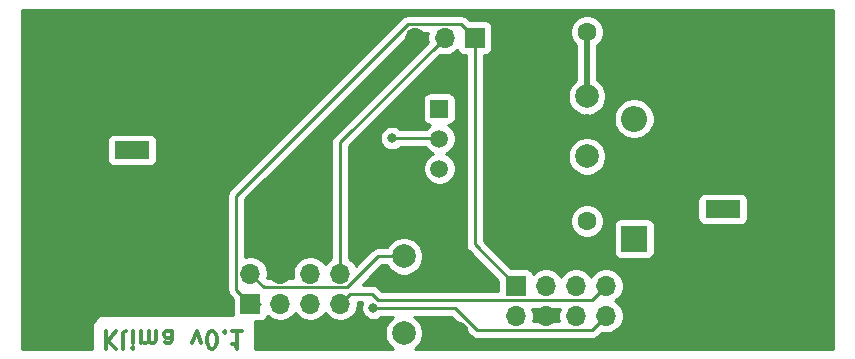
<source format=gbr>
G04 #@! TF.GenerationSoftware,KiCad,Pcbnew,5.1.9+dfsg1-1~bpo10+1*
G04 #@! TF.CreationDate,2021-07-01T19:03:26+00:00*
G04 #@! TF.ProjectId,klima,6b6c696d-612e-46b6-9963-61645f706362,rev?*
G04 #@! TF.SameCoordinates,Original*
G04 #@! TF.FileFunction,Copper,L2,Bot*
G04 #@! TF.FilePolarity,Positive*
%FSLAX46Y46*%
G04 Gerber Fmt 4.6, Leading zero omitted, Abs format (unit mm)*
G04 Created by KiCad (PCBNEW 5.1.9+dfsg1-1~bpo10+1) date 2021-07-01 19:03:26*
%MOMM*%
%LPD*%
G01*
G04 APERTURE LIST*
G04 #@! TA.AperFunction,NonConductor*
%ADD10C,0.300000*%
G04 #@! TD*
G04 #@! TA.AperFunction,ComponentPad*
%ADD11C,2.000000*%
G04 #@! TD*
G04 #@! TA.AperFunction,ComponentPad*
%ADD12R,1.700000X1.700000*%
G04 #@! TD*
G04 #@! TA.AperFunction,ComponentPad*
%ADD13O,1.700000X1.700000*%
G04 #@! TD*
G04 #@! TA.AperFunction,ComponentPad*
%ADD14C,1.600000*%
G04 #@! TD*
G04 #@! TA.AperFunction,ComponentPad*
%ADD15R,2.200000X2.200000*%
G04 #@! TD*
G04 #@! TA.AperFunction,ComponentPad*
%ADD16O,2.200000X2.200000*%
G04 #@! TD*
G04 #@! TA.AperFunction,ComponentPad*
%ADD17C,5.600000*%
G04 #@! TD*
G04 #@! TA.AperFunction,ComponentPad*
%ADD18R,3.000000X1.500000*%
G04 #@! TD*
G04 #@! TA.AperFunction,ComponentPad*
%ADD19O,3.000000X1.500000*%
G04 #@! TD*
G04 #@! TA.AperFunction,ComponentPad*
%ADD20R,1.500000X1.500000*%
G04 #@! TD*
G04 #@! TA.AperFunction,ComponentPad*
%ADD21C,1.500000*%
G04 #@! TD*
G04 #@! TA.AperFunction,ViaPad*
%ADD22C,0.800000*%
G04 #@! TD*
G04 #@! TA.AperFunction,Conductor*
%ADD23C,0.500000*%
G04 #@! TD*
G04 #@! TA.AperFunction,Conductor*
%ADD24C,0.250000*%
G04 #@! TD*
G04 #@! TA.AperFunction,Conductor*
%ADD25C,0.254000*%
G04 #@! TD*
G04 #@! TA.AperFunction,Conductor*
%ADD26C,0.100000*%
G04 #@! TD*
G04 APERTURE END LIST*
D10*
X107750000Y-97821428D02*
X107750000Y-99321428D01*
X108607142Y-97821428D02*
X107964285Y-98678571D01*
X108607142Y-99321428D02*
X107750000Y-98464285D01*
X109464285Y-97821428D02*
X109321428Y-97892857D01*
X109250000Y-98035714D01*
X109250000Y-99321428D01*
X110035714Y-97821428D02*
X110035714Y-98821428D01*
X110035714Y-99321428D02*
X109964285Y-99250000D01*
X110035714Y-99178571D01*
X110107142Y-99250000D01*
X110035714Y-99321428D01*
X110035714Y-99178571D01*
X110750000Y-97821428D02*
X110750000Y-98821428D01*
X110750000Y-98678571D02*
X110821428Y-98750000D01*
X110964285Y-98821428D01*
X111178571Y-98821428D01*
X111321428Y-98750000D01*
X111392857Y-98607142D01*
X111392857Y-97821428D01*
X111392857Y-98607142D02*
X111464285Y-98750000D01*
X111607142Y-98821428D01*
X111821428Y-98821428D01*
X111964285Y-98750000D01*
X112035714Y-98607142D01*
X112035714Y-97821428D01*
X113392857Y-97821428D02*
X113392857Y-98607142D01*
X113321428Y-98750000D01*
X113178571Y-98821428D01*
X112892857Y-98821428D01*
X112750000Y-98750000D01*
X113392857Y-97892857D02*
X113250000Y-97821428D01*
X112892857Y-97821428D01*
X112750000Y-97892857D01*
X112678571Y-98035714D01*
X112678571Y-98178571D01*
X112750000Y-98321428D01*
X112892857Y-98392857D01*
X113250000Y-98392857D01*
X113392857Y-98464285D01*
X115107142Y-98821428D02*
X115464285Y-97821428D01*
X115821428Y-98821428D01*
X116678571Y-99321428D02*
X116821428Y-99321428D01*
X116964285Y-99250000D01*
X117035714Y-99178571D01*
X117107142Y-99035714D01*
X117178571Y-98750000D01*
X117178571Y-98392857D01*
X117107142Y-98107142D01*
X117035714Y-97964285D01*
X116964285Y-97892857D01*
X116821428Y-97821428D01*
X116678571Y-97821428D01*
X116535714Y-97892857D01*
X116464285Y-97964285D01*
X116392857Y-98107142D01*
X116321428Y-98392857D01*
X116321428Y-98750000D01*
X116392857Y-99035714D01*
X116464285Y-99178571D01*
X116535714Y-99250000D01*
X116678571Y-99321428D01*
X117821428Y-97964285D02*
X117892857Y-97892857D01*
X117821428Y-97821428D01*
X117750000Y-97892857D01*
X117821428Y-97964285D01*
X117821428Y-97821428D01*
X119321428Y-97821428D02*
X118464285Y-97821428D01*
X118892857Y-97821428D02*
X118892857Y-99321428D01*
X118750000Y-99107142D01*
X118607142Y-98964285D01*
X118464285Y-98892857D01*
D11*
X137500000Y-98000000D03*
X133000000Y-98000000D03*
X137500000Y-91500000D03*
X133000000Y-91500000D03*
D12*
X139000000Y-73000000D03*
D13*
X136460000Y-73000000D03*
X133920000Y-73000000D03*
D14*
X148500000Y-88500000D03*
X143500000Y-88500000D03*
X143500000Y-72500000D03*
X148500000Y-72500000D03*
D15*
X152500000Y-90000000D03*
D16*
X152500000Y-79840000D03*
D17*
X105000000Y-95000000D03*
X165000000Y-95000000D03*
X165000000Y-75000000D03*
X105000000Y-75000000D03*
D18*
X110000000Y-82500000D03*
D19*
X110000000Y-87500000D03*
X160000000Y-82500000D03*
D18*
X160000000Y-87500000D03*
D11*
X148500000Y-83040000D03*
X148500000Y-80500000D03*
X148500000Y-77960000D03*
D20*
X136000000Y-79000000D03*
D21*
X136000000Y-81540000D03*
X136000000Y-84080000D03*
X136000000Y-86620000D03*
D12*
X120000000Y-95500000D03*
D13*
X120000000Y-92960000D03*
X122540000Y-95500000D03*
X122540000Y-92960000D03*
X125080000Y-95500000D03*
X125080000Y-92960000D03*
X127620000Y-95500000D03*
X127620000Y-92960000D03*
D12*
X142500000Y-94000000D03*
D13*
X142500000Y-96540000D03*
X145040000Y-94000000D03*
X145040000Y-96540000D03*
X147580000Y-94000000D03*
X147580000Y-96540000D03*
X150120000Y-94000000D03*
X150120000Y-96540000D03*
D22*
X137500000Y-74500000D03*
X126000000Y-89000000D03*
X129500000Y-86500000D03*
X129500000Y-90500000D03*
X130500000Y-93500000D03*
X121000000Y-98500000D03*
X124000000Y-98500000D03*
X127500000Y-98000000D03*
X130500000Y-98000000D03*
X132000000Y-81500000D03*
X130423958Y-95873959D03*
D23*
X148500000Y-72500000D02*
X148500000Y-77960000D01*
D24*
X139000000Y-90500000D02*
X142500000Y-94000000D01*
X139000000Y-73000000D02*
X139000000Y-90500000D01*
X120000000Y-95500000D02*
X120800998Y-95500000D01*
X118824999Y-94324999D02*
X120000000Y-95500000D01*
X137824999Y-71824999D02*
X133355999Y-71824999D01*
X118824999Y-86355999D02*
X118824999Y-94324999D01*
X133355999Y-71824999D02*
X118824999Y-86355999D01*
X139000000Y-73000000D02*
X137824999Y-71824999D01*
X120000000Y-92960000D02*
X121175001Y-94135001D01*
X121175001Y-94135001D02*
X128184001Y-94135001D01*
X130819002Y-91500000D02*
X129659501Y-92659501D01*
X133000000Y-91500000D02*
X130819002Y-91500000D01*
X129659501Y-92659501D02*
X130000000Y-92319002D01*
X128184001Y-94135001D02*
X129659501Y-92659501D01*
X135960000Y-81500000D02*
X136000000Y-81540000D01*
X132000000Y-81500000D02*
X135960000Y-81500000D01*
X128469999Y-94650001D02*
X127620000Y-95500000D01*
X130273002Y-94650001D02*
X128469999Y-94650001D01*
X130798002Y-95175001D02*
X130273002Y-94650001D01*
X148944999Y-95175001D02*
X130798002Y-95175001D01*
X150120000Y-94000000D02*
X148944999Y-95175001D01*
X127620000Y-81840000D02*
X136460000Y-73000000D01*
X127620000Y-92960000D02*
X127620000Y-81840000D01*
X148944999Y-97715001D02*
X150120000Y-96540000D01*
X139176003Y-97715001D02*
X148944999Y-97715001D01*
X137334961Y-95873959D02*
X139176003Y-97715001D01*
X130423958Y-95873959D02*
X137334961Y-95873959D01*
D25*
X169340000Y-71032418D02*
X169340001Y-71032428D01*
X169340000Y-99340000D01*
X133937470Y-99340000D01*
X134042252Y-99269987D01*
X134269987Y-99042252D01*
X134448918Y-98774463D01*
X134572168Y-98476912D01*
X134635000Y-98161033D01*
X134635000Y-97838967D01*
X134572168Y-97523088D01*
X134448918Y-97225537D01*
X134269987Y-96957748D01*
X134042252Y-96730013D01*
X133898497Y-96633959D01*
X137020160Y-96633959D01*
X138612204Y-98226004D01*
X138636002Y-98255002D01*
X138665000Y-98278800D01*
X138751727Y-98349975D01*
X138883756Y-98420547D01*
X139027017Y-98464004D01*
X139176003Y-98478678D01*
X139213336Y-98475001D01*
X148907677Y-98475001D01*
X148944999Y-98478677D01*
X148982321Y-98475001D01*
X148982332Y-98475001D01*
X149093985Y-98464004D01*
X149237246Y-98420547D01*
X149369275Y-98349975D01*
X149485000Y-98255002D01*
X149508803Y-98225998D01*
X149753592Y-97981209D01*
X149973740Y-98025000D01*
X150266260Y-98025000D01*
X150553158Y-97967932D01*
X150823411Y-97855990D01*
X151066632Y-97693475D01*
X151273475Y-97486632D01*
X151435990Y-97243411D01*
X151547932Y-96973158D01*
X151605000Y-96686260D01*
X151605000Y-96393740D01*
X151547932Y-96106842D01*
X151435990Y-95836589D01*
X151273475Y-95593368D01*
X151066632Y-95386525D01*
X150892240Y-95270000D01*
X151066632Y-95153475D01*
X151273475Y-94946632D01*
X151435990Y-94703411D01*
X151547932Y-94433158D01*
X151605000Y-94146260D01*
X151605000Y-93853740D01*
X151547932Y-93566842D01*
X151435990Y-93296589D01*
X151273475Y-93053368D01*
X151066632Y-92846525D01*
X150823411Y-92684010D01*
X150553158Y-92572068D01*
X150266260Y-92515000D01*
X149973740Y-92515000D01*
X149686842Y-92572068D01*
X149416589Y-92684010D01*
X149173368Y-92846525D01*
X148966525Y-93053368D01*
X148850000Y-93227760D01*
X148733475Y-93053368D01*
X148526632Y-92846525D01*
X148283411Y-92684010D01*
X148013158Y-92572068D01*
X147726260Y-92515000D01*
X147433740Y-92515000D01*
X147146842Y-92572068D01*
X146876589Y-92684010D01*
X146633368Y-92846525D01*
X146426525Y-93053368D01*
X146310000Y-93227760D01*
X146193475Y-93053368D01*
X145986632Y-92846525D01*
X145743411Y-92684010D01*
X145473158Y-92572068D01*
X145186260Y-92515000D01*
X144893740Y-92515000D01*
X144606842Y-92572068D01*
X144336589Y-92684010D01*
X144093368Y-92846525D01*
X143961513Y-92978380D01*
X143939502Y-92905820D01*
X143880537Y-92795506D01*
X143801185Y-92698815D01*
X143704494Y-92619463D01*
X143594180Y-92560498D01*
X143474482Y-92524188D01*
X143350000Y-92511928D01*
X142086730Y-92511928D01*
X139760000Y-90185199D01*
X139760000Y-88358665D01*
X147065000Y-88358665D01*
X147065000Y-88641335D01*
X147120147Y-88918574D01*
X147228320Y-89179727D01*
X147385363Y-89414759D01*
X147585241Y-89614637D01*
X147820273Y-89771680D01*
X148081426Y-89879853D01*
X148358665Y-89935000D01*
X148641335Y-89935000D01*
X148918574Y-89879853D01*
X149179727Y-89771680D01*
X149414759Y-89614637D01*
X149614637Y-89414759D01*
X149771680Y-89179727D01*
X149879853Y-88918574D01*
X149883547Y-88900000D01*
X150761928Y-88900000D01*
X150761928Y-91100000D01*
X150774188Y-91224482D01*
X150810498Y-91344180D01*
X150869463Y-91454494D01*
X150948815Y-91551185D01*
X151045506Y-91630537D01*
X151155820Y-91689502D01*
X151275518Y-91725812D01*
X151400000Y-91738072D01*
X153600000Y-91738072D01*
X153724482Y-91725812D01*
X153844180Y-91689502D01*
X153954494Y-91630537D01*
X154051185Y-91551185D01*
X154130537Y-91454494D01*
X154189502Y-91344180D01*
X154225812Y-91224482D01*
X154238072Y-91100000D01*
X154238072Y-88900000D01*
X154225812Y-88775518D01*
X154189502Y-88655820D01*
X154130537Y-88545506D01*
X154051185Y-88448815D01*
X153954494Y-88369463D01*
X153844180Y-88310498D01*
X153724482Y-88274188D01*
X153600000Y-88261928D01*
X151400000Y-88261928D01*
X151275518Y-88274188D01*
X151155820Y-88310498D01*
X151045506Y-88369463D01*
X150948815Y-88448815D01*
X150869463Y-88545506D01*
X150810498Y-88655820D01*
X150774188Y-88775518D01*
X150761928Y-88900000D01*
X149883547Y-88900000D01*
X149935000Y-88641335D01*
X149935000Y-88358665D01*
X149879853Y-88081426D01*
X149771680Y-87820273D01*
X149614637Y-87585241D01*
X149414759Y-87385363D01*
X149179727Y-87228320D01*
X148918574Y-87120147D01*
X148641335Y-87065000D01*
X148358665Y-87065000D01*
X148081426Y-87120147D01*
X147820273Y-87228320D01*
X147585241Y-87385363D01*
X147385363Y-87585241D01*
X147228320Y-87820273D01*
X147120147Y-88081426D01*
X147065000Y-88358665D01*
X139760000Y-88358665D01*
X139760000Y-86750000D01*
X157861928Y-86750000D01*
X157861928Y-88250000D01*
X157874188Y-88374482D01*
X157910498Y-88494180D01*
X157969463Y-88604494D01*
X158048815Y-88701185D01*
X158145506Y-88780537D01*
X158255820Y-88839502D01*
X158375518Y-88875812D01*
X158500000Y-88888072D01*
X161500000Y-88888072D01*
X161624482Y-88875812D01*
X161744180Y-88839502D01*
X161854494Y-88780537D01*
X161951185Y-88701185D01*
X162030537Y-88604494D01*
X162089502Y-88494180D01*
X162125812Y-88374482D01*
X162138072Y-88250000D01*
X162138072Y-86750000D01*
X162125812Y-86625518D01*
X162089502Y-86505820D01*
X162030537Y-86395506D01*
X161951185Y-86298815D01*
X161854494Y-86219463D01*
X161744180Y-86160498D01*
X161624482Y-86124188D01*
X161500000Y-86111928D01*
X158500000Y-86111928D01*
X158375518Y-86124188D01*
X158255820Y-86160498D01*
X158145506Y-86219463D01*
X158048815Y-86298815D01*
X157969463Y-86395506D01*
X157910498Y-86505820D01*
X157874188Y-86625518D01*
X157861928Y-86750000D01*
X139760000Y-86750000D01*
X139760000Y-82878967D01*
X146865000Y-82878967D01*
X146865000Y-83201033D01*
X146927832Y-83516912D01*
X147051082Y-83814463D01*
X147230013Y-84082252D01*
X147457748Y-84309987D01*
X147725537Y-84488918D01*
X148023088Y-84612168D01*
X148338967Y-84675000D01*
X148661033Y-84675000D01*
X148976912Y-84612168D01*
X149274463Y-84488918D01*
X149542252Y-84309987D01*
X149769987Y-84082252D01*
X149948918Y-83814463D01*
X150072168Y-83516912D01*
X150135000Y-83201033D01*
X150135000Y-82878967D01*
X150072168Y-82563088D01*
X149948918Y-82265537D01*
X149769987Y-81997748D01*
X149542252Y-81770013D01*
X149274463Y-81591082D01*
X148976912Y-81467832D01*
X148661033Y-81405000D01*
X148338967Y-81405000D01*
X148023088Y-81467832D01*
X147725537Y-81591082D01*
X147457748Y-81770013D01*
X147230013Y-81997748D01*
X147051082Y-82265537D01*
X146927832Y-82563088D01*
X146865000Y-82878967D01*
X139760000Y-82878967D01*
X139760000Y-79669117D01*
X150765000Y-79669117D01*
X150765000Y-80010883D01*
X150831675Y-80346081D01*
X150962463Y-80661831D01*
X151152337Y-80945998D01*
X151394002Y-81187663D01*
X151678169Y-81377537D01*
X151993919Y-81508325D01*
X152329117Y-81575000D01*
X152670883Y-81575000D01*
X153006081Y-81508325D01*
X153321831Y-81377537D01*
X153605998Y-81187663D01*
X153847663Y-80945998D01*
X154037537Y-80661831D01*
X154168325Y-80346081D01*
X154235000Y-80010883D01*
X154235000Y-79669117D01*
X154168325Y-79333919D01*
X154037537Y-79018169D01*
X153847663Y-78734002D01*
X153605998Y-78492337D01*
X153321831Y-78302463D01*
X153006081Y-78171675D01*
X152670883Y-78105000D01*
X152329117Y-78105000D01*
X151993919Y-78171675D01*
X151678169Y-78302463D01*
X151394002Y-78492337D01*
X151152337Y-78734002D01*
X150962463Y-79018169D01*
X150831675Y-79333919D01*
X150765000Y-79669117D01*
X139760000Y-79669117D01*
X139760000Y-77798967D01*
X146865000Y-77798967D01*
X146865000Y-78121033D01*
X146927832Y-78436912D01*
X147051082Y-78734463D01*
X147230013Y-79002252D01*
X147457748Y-79229987D01*
X147725537Y-79408918D01*
X148023088Y-79532168D01*
X148338967Y-79595000D01*
X148661033Y-79595000D01*
X148976912Y-79532168D01*
X149274463Y-79408918D01*
X149542252Y-79229987D01*
X149769987Y-79002252D01*
X149948918Y-78734463D01*
X150072168Y-78436912D01*
X150135000Y-78121033D01*
X150135000Y-77798967D01*
X150072168Y-77483088D01*
X149948918Y-77185537D01*
X149769987Y-76917748D01*
X149542252Y-76690013D01*
X149385000Y-76584941D01*
X149385000Y-73634521D01*
X149414759Y-73614637D01*
X149614637Y-73414759D01*
X149771680Y-73179727D01*
X149879853Y-72918574D01*
X149935000Y-72641335D01*
X149935000Y-72358665D01*
X149879853Y-72081426D01*
X149771680Y-71820273D01*
X149614637Y-71585241D01*
X149414759Y-71385363D01*
X149179727Y-71228320D01*
X148918574Y-71120147D01*
X148641335Y-71065000D01*
X148358665Y-71065000D01*
X148081426Y-71120147D01*
X147820273Y-71228320D01*
X147585241Y-71385363D01*
X147385363Y-71585241D01*
X147228320Y-71820273D01*
X147120147Y-72081426D01*
X147065000Y-72358665D01*
X147065000Y-72641335D01*
X147120147Y-72918574D01*
X147228320Y-73179727D01*
X147385363Y-73414759D01*
X147585241Y-73614637D01*
X147615000Y-73634521D01*
X147615001Y-76584940D01*
X147457748Y-76690013D01*
X147230013Y-76917748D01*
X147051082Y-77185537D01*
X146927832Y-77483088D01*
X146865000Y-77798967D01*
X139760000Y-77798967D01*
X139760000Y-74488072D01*
X139850000Y-74488072D01*
X139974482Y-74475812D01*
X140094180Y-74439502D01*
X140204494Y-74380537D01*
X140301185Y-74301185D01*
X140380537Y-74204494D01*
X140439502Y-74094180D01*
X140475812Y-73974482D01*
X140488072Y-73850000D01*
X140488072Y-72150000D01*
X140475812Y-72025518D01*
X140439502Y-71905820D01*
X140380537Y-71795506D01*
X140301185Y-71698815D01*
X140204494Y-71619463D01*
X140094180Y-71560498D01*
X139974482Y-71524188D01*
X139850000Y-71511928D01*
X138586729Y-71511928D01*
X138388803Y-71314002D01*
X138365000Y-71284998D01*
X138249275Y-71190025D01*
X138117246Y-71119453D01*
X137973985Y-71075996D01*
X137862332Y-71064999D01*
X137862321Y-71064999D01*
X137824999Y-71061323D01*
X137787677Y-71064999D01*
X133393321Y-71064999D01*
X133355998Y-71061323D01*
X133318675Y-71064999D01*
X133318666Y-71064999D01*
X133207013Y-71075996D01*
X133063752Y-71119453D01*
X132931723Y-71190025D01*
X132815998Y-71284998D01*
X132792200Y-71313996D01*
X118314002Y-85792195D01*
X118284998Y-85815998D01*
X118229870Y-85883173D01*
X118190025Y-85931723D01*
X118119454Y-86063752D01*
X118119453Y-86063753D01*
X118075996Y-86207014D01*
X118064999Y-86318667D01*
X118064999Y-86318677D01*
X118061323Y-86355999D01*
X118064999Y-86393321D01*
X118065000Y-94287667D01*
X118061323Y-94324999D01*
X118075997Y-94473984D01*
X118119453Y-94617245D01*
X118190025Y-94749275D01*
X118230824Y-94798988D01*
X118284999Y-94865000D01*
X118313997Y-94888798D01*
X118511928Y-95086729D01*
X118511928Y-96350000D01*
X118523747Y-96470000D01*
X106607857Y-96470000D01*
X106607857Y-99340000D01*
X100660000Y-99340000D01*
X100660000Y-81750000D01*
X107861928Y-81750000D01*
X107861928Y-83250000D01*
X107874188Y-83374482D01*
X107910498Y-83494180D01*
X107969463Y-83604494D01*
X108048815Y-83701185D01*
X108145506Y-83780537D01*
X108255820Y-83839502D01*
X108375518Y-83875812D01*
X108500000Y-83888072D01*
X111500000Y-83888072D01*
X111624482Y-83875812D01*
X111744180Y-83839502D01*
X111854494Y-83780537D01*
X111951185Y-83701185D01*
X112030537Y-83604494D01*
X112089502Y-83494180D01*
X112125812Y-83374482D01*
X112138072Y-83250000D01*
X112138072Y-81750000D01*
X112125812Y-81625518D01*
X112089502Y-81505820D01*
X112030537Y-81395506D01*
X111951185Y-81298815D01*
X111854494Y-81219463D01*
X111744180Y-81160498D01*
X111624482Y-81124188D01*
X111500000Y-81111928D01*
X108500000Y-81111928D01*
X108375518Y-81124188D01*
X108255820Y-81160498D01*
X108145506Y-81219463D01*
X108048815Y-81298815D01*
X107969463Y-81395506D01*
X107910498Y-81505820D01*
X107874188Y-81625518D01*
X107861928Y-81750000D01*
X100660000Y-81750000D01*
X100660000Y-70660000D01*
X169340000Y-70660000D01*
X169340000Y-71032418D01*
G04 #@! TA.AperFunction,Conductor*
D26*
G36*
X169340000Y-71032418D02*
G01*
X169340001Y-71032428D01*
X169340000Y-99340000D01*
X133937470Y-99340000D01*
X134042252Y-99269987D01*
X134269987Y-99042252D01*
X134448918Y-98774463D01*
X134572168Y-98476912D01*
X134635000Y-98161033D01*
X134635000Y-97838967D01*
X134572168Y-97523088D01*
X134448918Y-97225537D01*
X134269987Y-96957748D01*
X134042252Y-96730013D01*
X133898497Y-96633959D01*
X137020160Y-96633959D01*
X138612204Y-98226004D01*
X138636002Y-98255002D01*
X138665000Y-98278800D01*
X138751727Y-98349975D01*
X138883756Y-98420547D01*
X139027017Y-98464004D01*
X139176003Y-98478678D01*
X139213336Y-98475001D01*
X148907677Y-98475001D01*
X148944999Y-98478677D01*
X148982321Y-98475001D01*
X148982332Y-98475001D01*
X149093985Y-98464004D01*
X149237246Y-98420547D01*
X149369275Y-98349975D01*
X149485000Y-98255002D01*
X149508803Y-98225998D01*
X149753592Y-97981209D01*
X149973740Y-98025000D01*
X150266260Y-98025000D01*
X150553158Y-97967932D01*
X150823411Y-97855990D01*
X151066632Y-97693475D01*
X151273475Y-97486632D01*
X151435990Y-97243411D01*
X151547932Y-96973158D01*
X151605000Y-96686260D01*
X151605000Y-96393740D01*
X151547932Y-96106842D01*
X151435990Y-95836589D01*
X151273475Y-95593368D01*
X151066632Y-95386525D01*
X150892240Y-95270000D01*
X151066632Y-95153475D01*
X151273475Y-94946632D01*
X151435990Y-94703411D01*
X151547932Y-94433158D01*
X151605000Y-94146260D01*
X151605000Y-93853740D01*
X151547932Y-93566842D01*
X151435990Y-93296589D01*
X151273475Y-93053368D01*
X151066632Y-92846525D01*
X150823411Y-92684010D01*
X150553158Y-92572068D01*
X150266260Y-92515000D01*
X149973740Y-92515000D01*
X149686842Y-92572068D01*
X149416589Y-92684010D01*
X149173368Y-92846525D01*
X148966525Y-93053368D01*
X148850000Y-93227760D01*
X148733475Y-93053368D01*
X148526632Y-92846525D01*
X148283411Y-92684010D01*
X148013158Y-92572068D01*
X147726260Y-92515000D01*
X147433740Y-92515000D01*
X147146842Y-92572068D01*
X146876589Y-92684010D01*
X146633368Y-92846525D01*
X146426525Y-93053368D01*
X146310000Y-93227760D01*
X146193475Y-93053368D01*
X145986632Y-92846525D01*
X145743411Y-92684010D01*
X145473158Y-92572068D01*
X145186260Y-92515000D01*
X144893740Y-92515000D01*
X144606842Y-92572068D01*
X144336589Y-92684010D01*
X144093368Y-92846525D01*
X143961513Y-92978380D01*
X143939502Y-92905820D01*
X143880537Y-92795506D01*
X143801185Y-92698815D01*
X143704494Y-92619463D01*
X143594180Y-92560498D01*
X143474482Y-92524188D01*
X143350000Y-92511928D01*
X142086730Y-92511928D01*
X139760000Y-90185199D01*
X139760000Y-88358665D01*
X147065000Y-88358665D01*
X147065000Y-88641335D01*
X147120147Y-88918574D01*
X147228320Y-89179727D01*
X147385363Y-89414759D01*
X147585241Y-89614637D01*
X147820273Y-89771680D01*
X148081426Y-89879853D01*
X148358665Y-89935000D01*
X148641335Y-89935000D01*
X148918574Y-89879853D01*
X149179727Y-89771680D01*
X149414759Y-89614637D01*
X149614637Y-89414759D01*
X149771680Y-89179727D01*
X149879853Y-88918574D01*
X149883547Y-88900000D01*
X150761928Y-88900000D01*
X150761928Y-91100000D01*
X150774188Y-91224482D01*
X150810498Y-91344180D01*
X150869463Y-91454494D01*
X150948815Y-91551185D01*
X151045506Y-91630537D01*
X151155820Y-91689502D01*
X151275518Y-91725812D01*
X151400000Y-91738072D01*
X153600000Y-91738072D01*
X153724482Y-91725812D01*
X153844180Y-91689502D01*
X153954494Y-91630537D01*
X154051185Y-91551185D01*
X154130537Y-91454494D01*
X154189502Y-91344180D01*
X154225812Y-91224482D01*
X154238072Y-91100000D01*
X154238072Y-88900000D01*
X154225812Y-88775518D01*
X154189502Y-88655820D01*
X154130537Y-88545506D01*
X154051185Y-88448815D01*
X153954494Y-88369463D01*
X153844180Y-88310498D01*
X153724482Y-88274188D01*
X153600000Y-88261928D01*
X151400000Y-88261928D01*
X151275518Y-88274188D01*
X151155820Y-88310498D01*
X151045506Y-88369463D01*
X150948815Y-88448815D01*
X150869463Y-88545506D01*
X150810498Y-88655820D01*
X150774188Y-88775518D01*
X150761928Y-88900000D01*
X149883547Y-88900000D01*
X149935000Y-88641335D01*
X149935000Y-88358665D01*
X149879853Y-88081426D01*
X149771680Y-87820273D01*
X149614637Y-87585241D01*
X149414759Y-87385363D01*
X149179727Y-87228320D01*
X148918574Y-87120147D01*
X148641335Y-87065000D01*
X148358665Y-87065000D01*
X148081426Y-87120147D01*
X147820273Y-87228320D01*
X147585241Y-87385363D01*
X147385363Y-87585241D01*
X147228320Y-87820273D01*
X147120147Y-88081426D01*
X147065000Y-88358665D01*
X139760000Y-88358665D01*
X139760000Y-86750000D01*
X157861928Y-86750000D01*
X157861928Y-88250000D01*
X157874188Y-88374482D01*
X157910498Y-88494180D01*
X157969463Y-88604494D01*
X158048815Y-88701185D01*
X158145506Y-88780537D01*
X158255820Y-88839502D01*
X158375518Y-88875812D01*
X158500000Y-88888072D01*
X161500000Y-88888072D01*
X161624482Y-88875812D01*
X161744180Y-88839502D01*
X161854494Y-88780537D01*
X161951185Y-88701185D01*
X162030537Y-88604494D01*
X162089502Y-88494180D01*
X162125812Y-88374482D01*
X162138072Y-88250000D01*
X162138072Y-86750000D01*
X162125812Y-86625518D01*
X162089502Y-86505820D01*
X162030537Y-86395506D01*
X161951185Y-86298815D01*
X161854494Y-86219463D01*
X161744180Y-86160498D01*
X161624482Y-86124188D01*
X161500000Y-86111928D01*
X158500000Y-86111928D01*
X158375518Y-86124188D01*
X158255820Y-86160498D01*
X158145506Y-86219463D01*
X158048815Y-86298815D01*
X157969463Y-86395506D01*
X157910498Y-86505820D01*
X157874188Y-86625518D01*
X157861928Y-86750000D01*
X139760000Y-86750000D01*
X139760000Y-82878967D01*
X146865000Y-82878967D01*
X146865000Y-83201033D01*
X146927832Y-83516912D01*
X147051082Y-83814463D01*
X147230013Y-84082252D01*
X147457748Y-84309987D01*
X147725537Y-84488918D01*
X148023088Y-84612168D01*
X148338967Y-84675000D01*
X148661033Y-84675000D01*
X148976912Y-84612168D01*
X149274463Y-84488918D01*
X149542252Y-84309987D01*
X149769987Y-84082252D01*
X149948918Y-83814463D01*
X150072168Y-83516912D01*
X150135000Y-83201033D01*
X150135000Y-82878967D01*
X150072168Y-82563088D01*
X149948918Y-82265537D01*
X149769987Y-81997748D01*
X149542252Y-81770013D01*
X149274463Y-81591082D01*
X148976912Y-81467832D01*
X148661033Y-81405000D01*
X148338967Y-81405000D01*
X148023088Y-81467832D01*
X147725537Y-81591082D01*
X147457748Y-81770013D01*
X147230013Y-81997748D01*
X147051082Y-82265537D01*
X146927832Y-82563088D01*
X146865000Y-82878967D01*
X139760000Y-82878967D01*
X139760000Y-79669117D01*
X150765000Y-79669117D01*
X150765000Y-80010883D01*
X150831675Y-80346081D01*
X150962463Y-80661831D01*
X151152337Y-80945998D01*
X151394002Y-81187663D01*
X151678169Y-81377537D01*
X151993919Y-81508325D01*
X152329117Y-81575000D01*
X152670883Y-81575000D01*
X153006081Y-81508325D01*
X153321831Y-81377537D01*
X153605998Y-81187663D01*
X153847663Y-80945998D01*
X154037537Y-80661831D01*
X154168325Y-80346081D01*
X154235000Y-80010883D01*
X154235000Y-79669117D01*
X154168325Y-79333919D01*
X154037537Y-79018169D01*
X153847663Y-78734002D01*
X153605998Y-78492337D01*
X153321831Y-78302463D01*
X153006081Y-78171675D01*
X152670883Y-78105000D01*
X152329117Y-78105000D01*
X151993919Y-78171675D01*
X151678169Y-78302463D01*
X151394002Y-78492337D01*
X151152337Y-78734002D01*
X150962463Y-79018169D01*
X150831675Y-79333919D01*
X150765000Y-79669117D01*
X139760000Y-79669117D01*
X139760000Y-77798967D01*
X146865000Y-77798967D01*
X146865000Y-78121033D01*
X146927832Y-78436912D01*
X147051082Y-78734463D01*
X147230013Y-79002252D01*
X147457748Y-79229987D01*
X147725537Y-79408918D01*
X148023088Y-79532168D01*
X148338967Y-79595000D01*
X148661033Y-79595000D01*
X148976912Y-79532168D01*
X149274463Y-79408918D01*
X149542252Y-79229987D01*
X149769987Y-79002252D01*
X149948918Y-78734463D01*
X150072168Y-78436912D01*
X150135000Y-78121033D01*
X150135000Y-77798967D01*
X150072168Y-77483088D01*
X149948918Y-77185537D01*
X149769987Y-76917748D01*
X149542252Y-76690013D01*
X149385000Y-76584941D01*
X149385000Y-73634521D01*
X149414759Y-73614637D01*
X149614637Y-73414759D01*
X149771680Y-73179727D01*
X149879853Y-72918574D01*
X149935000Y-72641335D01*
X149935000Y-72358665D01*
X149879853Y-72081426D01*
X149771680Y-71820273D01*
X149614637Y-71585241D01*
X149414759Y-71385363D01*
X149179727Y-71228320D01*
X148918574Y-71120147D01*
X148641335Y-71065000D01*
X148358665Y-71065000D01*
X148081426Y-71120147D01*
X147820273Y-71228320D01*
X147585241Y-71385363D01*
X147385363Y-71585241D01*
X147228320Y-71820273D01*
X147120147Y-72081426D01*
X147065000Y-72358665D01*
X147065000Y-72641335D01*
X147120147Y-72918574D01*
X147228320Y-73179727D01*
X147385363Y-73414759D01*
X147585241Y-73614637D01*
X147615000Y-73634521D01*
X147615001Y-76584940D01*
X147457748Y-76690013D01*
X147230013Y-76917748D01*
X147051082Y-77185537D01*
X146927832Y-77483088D01*
X146865000Y-77798967D01*
X139760000Y-77798967D01*
X139760000Y-74488072D01*
X139850000Y-74488072D01*
X139974482Y-74475812D01*
X140094180Y-74439502D01*
X140204494Y-74380537D01*
X140301185Y-74301185D01*
X140380537Y-74204494D01*
X140439502Y-74094180D01*
X140475812Y-73974482D01*
X140488072Y-73850000D01*
X140488072Y-72150000D01*
X140475812Y-72025518D01*
X140439502Y-71905820D01*
X140380537Y-71795506D01*
X140301185Y-71698815D01*
X140204494Y-71619463D01*
X140094180Y-71560498D01*
X139974482Y-71524188D01*
X139850000Y-71511928D01*
X138586729Y-71511928D01*
X138388803Y-71314002D01*
X138365000Y-71284998D01*
X138249275Y-71190025D01*
X138117246Y-71119453D01*
X137973985Y-71075996D01*
X137862332Y-71064999D01*
X137862321Y-71064999D01*
X137824999Y-71061323D01*
X137787677Y-71064999D01*
X133393321Y-71064999D01*
X133355998Y-71061323D01*
X133318675Y-71064999D01*
X133318666Y-71064999D01*
X133207013Y-71075996D01*
X133063752Y-71119453D01*
X132931723Y-71190025D01*
X132815998Y-71284998D01*
X132792200Y-71313996D01*
X118314002Y-85792195D01*
X118284998Y-85815998D01*
X118229870Y-85883173D01*
X118190025Y-85931723D01*
X118119454Y-86063752D01*
X118119453Y-86063753D01*
X118075996Y-86207014D01*
X118064999Y-86318667D01*
X118064999Y-86318677D01*
X118061323Y-86355999D01*
X118064999Y-86393321D01*
X118065000Y-94287667D01*
X118061323Y-94324999D01*
X118075997Y-94473984D01*
X118119453Y-94617245D01*
X118190025Y-94749275D01*
X118230824Y-94798988D01*
X118284999Y-94865000D01*
X118313997Y-94888798D01*
X118511928Y-95086729D01*
X118511928Y-96350000D01*
X118523747Y-96470000D01*
X106607857Y-96470000D01*
X106607857Y-99340000D01*
X100660000Y-99340000D01*
X100660000Y-81750000D01*
X107861928Y-81750000D01*
X107861928Y-83250000D01*
X107874188Y-83374482D01*
X107910498Y-83494180D01*
X107969463Y-83604494D01*
X108048815Y-83701185D01*
X108145506Y-83780537D01*
X108255820Y-83839502D01*
X108375518Y-83875812D01*
X108500000Y-83888072D01*
X111500000Y-83888072D01*
X111624482Y-83875812D01*
X111744180Y-83839502D01*
X111854494Y-83780537D01*
X111951185Y-83701185D01*
X112030537Y-83604494D01*
X112089502Y-83494180D01*
X112125812Y-83374482D01*
X112138072Y-83250000D01*
X112138072Y-81750000D01*
X112125812Y-81625518D01*
X112089502Y-81505820D01*
X112030537Y-81395506D01*
X111951185Y-81298815D01*
X111854494Y-81219463D01*
X111744180Y-81160498D01*
X111624482Y-81124188D01*
X111500000Y-81111928D01*
X108500000Y-81111928D01*
X108375518Y-81124188D01*
X108255820Y-81160498D01*
X108145506Y-81219463D01*
X108048815Y-81298815D01*
X107969463Y-81395506D01*
X107910498Y-81505820D01*
X107874188Y-81625518D01*
X107861928Y-81750000D01*
X100660000Y-81750000D01*
X100660000Y-70660000D01*
X169340000Y-70660000D01*
X169340000Y-71032418D01*
G37*
G04 #@! TD.AperFunction*
D25*
X129428732Y-95572061D02*
X129388958Y-95772020D01*
X129388958Y-95975898D01*
X129428732Y-96175857D01*
X129506753Y-96364215D01*
X129620021Y-96533733D01*
X129764184Y-96677896D01*
X129933702Y-96791164D01*
X130122060Y-96869185D01*
X130322019Y-96908959D01*
X130525897Y-96908959D01*
X130725856Y-96869185D01*
X130914214Y-96791164D01*
X131083732Y-96677896D01*
X131127669Y-96633959D01*
X132101503Y-96633959D01*
X131957748Y-96730013D01*
X131730013Y-96957748D01*
X131551082Y-97225537D01*
X131427832Y-97523088D01*
X131365000Y-97838967D01*
X131365000Y-98161033D01*
X131427832Y-98476912D01*
X131551082Y-98774463D01*
X131730013Y-99042252D01*
X131957748Y-99269987D01*
X132062530Y-99340000D01*
X120392143Y-99340000D01*
X120392143Y-96988072D01*
X120850000Y-96988072D01*
X120974482Y-96975812D01*
X121094180Y-96939502D01*
X121204494Y-96880537D01*
X121301185Y-96801185D01*
X121380537Y-96704494D01*
X121439502Y-96594180D01*
X121461513Y-96521620D01*
X121593368Y-96653475D01*
X121836589Y-96815990D01*
X122106842Y-96927932D01*
X122393740Y-96985000D01*
X122686260Y-96985000D01*
X122973158Y-96927932D01*
X123243411Y-96815990D01*
X123486632Y-96653475D01*
X123693475Y-96446632D01*
X123810000Y-96272240D01*
X123926525Y-96446632D01*
X124133368Y-96653475D01*
X124376589Y-96815990D01*
X124646842Y-96927932D01*
X124933740Y-96985000D01*
X125226260Y-96985000D01*
X125513158Y-96927932D01*
X125783411Y-96815990D01*
X126026632Y-96653475D01*
X126233475Y-96446632D01*
X126350000Y-96272240D01*
X126466525Y-96446632D01*
X126673368Y-96653475D01*
X126916589Y-96815990D01*
X127186842Y-96927932D01*
X127473740Y-96985000D01*
X127766260Y-96985000D01*
X128053158Y-96927932D01*
X128323411Y-96815990D01*
X128566632Y-96653475D01*
X128773475Y-96446632D01*
X128935990Y-96203411D01*
X129047932Y-95933158D01*
X129105000Y-95646260D01*
X129105000Y-95410001D01*
X129495860Y-95410001D01*
X129428732Y-95572061D01*
G04 #@! TA.AperFunction,Conductor*
D26*
G36*
X129428732Y-95572061D02*
G01*
X129388958Y-95772020D01*
X129388958Y-95975898D01*
X129428732Y-96175857D01*
X129506753Y-96364215D01*
X129620021Y-96533733D01*
X129764184Y-96677896D01*
X129933702Y-96791164D01*
X130122060Y-96869185D01*
X130322019Y-96908959D01*
X130525897Y-96908959D01*
X130725856Y-96869185D01*
X130914214Y-96791164D01*
X131083732Y-96677896D01*
X131127669Y-96633959D01*
X132101503Y-96633959D01*
X131957748Y-96730013D01*
X131730013Y-96957748D01*
X131551082Y-97225537D01*
X131427832Y-97523088D01*
X131365000Y-97838967D01*
X131365000Y-98161033D01*
X131427832Y-98476912D01*
X131551082Y-98774463D01*
X131730013Y-99042252D01*
X131957748Y-99269987D01*
X132062530Y-99340000D01*
X120392143Y-99340000D01*
X120392143Y-96988072D01*
X120850000Y-96988072D01*
X120974482Y-96975812D01*
X121094180Y-96939502D01*
X121204494Y-96880537D01*
X121301185Y-96801185D01*
X121380537Y-96704494D01*
X121439502Y-96594180D01*
X121461513Y-96521620D01*
X121593368Y-96653475D01*
X121836589Y-96815990D01*
X122106842Y-96927932D01*
X122393740Y-96985000D01*
X122686260Y-96985000D01*
X122973158Y-96927932D01*
X123243411Y-96815990D01*
X123486632Y-96653475D01*
X123693475Y-96446632D01*
X123810000Y-96272240D01*
X123926525Y-96446632D01*
X124133368Y-96653475D01*
X124376589Y-96815990D01*
X124646842Y-96927932D01*
X124933740Y-96985000D01*
X125226260Y-96985000D01*
X125513158Y-96927932D01*
X125783411Y-96815990D01*
X126026632Y-96653475D01*
X126233475Y-96446632D01*
X126350000Y-96272240D01*
X126466525Y-96446632D01*
X126673368Y-96653475D01*
X126916589Y-96815990D01*
X127186842Y-96927932D01*
X127473740Y-96985000D01*
X127766260Y-96985000D01*
X128053158Y-96927932D01*
X128323411Y-96815990D01*
X128566632Y-96653475D01*
X128773475Y-96446632D01*
X128935990Y-96203411D01*
X129047932Y-95933158D01*
X129105000Y-95646260D01*
X129105000Y-95410001D01*
X129495860Y-95410001D01*
X129428732Y-95572061D01*
G37*
G04 #@! TD.AperFunction*
D25*
X146152068Y-96106842D02*
X146095000Y-96393740D01*
X146095000Y-96686260D01*
X146148456Y-96955001D01*
X143931544Y-96955001D01*
X143985000Y-96686260D01*
X143985000Y-96393740D01*
X143927932Y-96106842D01*
X143856753Y-95935001D01*
X146223247Y-95935001D01*
X146152068Y-96106842D01*
G04 #@! TA.AperFunction,Conductor*
D26*
G36*
X146152068Y-96106842D02*
G01*
X146095000Y-96393740D01*
X146095000Y-96686260D01*
X146148456Y-96955001D01*
X143931544Y-96955001D01*
X143985000Y-96686260D01*
X143985000Y-96393740D01*
X143927932Y-96106842D01*
X143856753Y-95935001D01*
X146223247Y-95935001D01*
X146152068Y-96106842D01*
G37*
G04 #@! TD.AperFunction*
D25*
X137560498Y-74094180D02*
X137619463Y-74204494D01*
X137698815Y-74301185D01*
X137795506Y-74380537D01*
X137905820Y-74439502D01*
X138025518Y-74475812D01*
X138150000Y-74488072D01*
X138240000Y-74488072D01*
X138240001Y-90462667D01*
X138236324Y-90500000D01*
X138250998Y-90648985D01*
X138294454Y-90792246D01*
X138365026Y-90924276D01*
X138436201Y-91011002D01*
X138460000Y-91040001D01*
X138488998Y-91063799D01*
X141011928Y-93586730D01*
X141011928Y-94415001D01*
X131112804Y-94415001D01*
X130836805Y-94139003D01*
X130813003Y-94110000D01*
X130697278Y-94015027D01*
X130565249Y-93944455D01*
X130421988Y-93900998D01*
X130310335Y-93890001D01*
X130310324Y-93890001D01*
X130273002Y-93886325D01*
X130235680Y-93890001D01*
X129503803Y-93890001D01*
X130223300Y-93170504D01*
X130223305Y-93170498D01*
X130563799Y-92830004D01*
X131133804Y-92260000D01*
X131545091Y-92260000D01*
X131551082Y-92274463D01*
X131730013Y-92542252D01*
X131957748Y-92769987D01*
X132225537Y-92948918D01*
X132523088Y-93072168D01*
X132838967Y-93135000D01*
X133161033Y-93135000D01*
X133476912Y-93072168D01*
X133774463Y-92948918D01*
X134042252Y-92769987D01*
X134269987Y-92542252D01*
X134448918Y-92274463D01*
X134572168Y-91976912D01*
X134635000Y-91661033D01*
X134635000Y-91338967D01*
X134572168Y-91023088D01*
X134448918Y-90725537D01*
X134269987Y-90457748D01*
X134042252Y-90230013D01*
X133774463Y-90051082D01*
X133476912Y-89927832D01*
X133161033Y-89865000D01*
X132838967Y-89865000D01*
X132523088Y-89927832D01*
X132225537Y-90051082D01*
X131957748Y-90230013D01*
X131730013Y-90457748D01*
X131551082Y-90725537D01*
X131545091Y-90740000D01*
X130856324Y-90740000D01*
X130819001Y-90736324D01*
X130781678Y-90740000D01*
X130781669Y-90740000D01*
X130670016Y-90750997D01*
X130534034Y-90792246D01*
X130526755Y-90794454D01*
X130394725Y-90865026D01*
X130311085Y-90933668D01*
X130279001Y-90959999D01*
X130255203Y-90988997D01*
X129148503Y-92095698D01*
X129148498Y-92095702D01*
X128951109Y-92293091D01*
X128935990Y-92256589D01*
X128773475Y-92013368D01*
X128566632Y-91806525D01*
X128380000Y-91681822D01*
X128380000Y-82154801D01*
X129136740Y-81398061D01*
X130965000Y-81398061D01*
X130965000Y-81601939D01*
X131004774Y-81801898D01*
X131082795Y-81990256D01*
X131196063Y-82159774D01*
X131340226Y-82303937D01*
X131509744Y-82417205D01*
X131698102Y-82495226D01*
X131898061Y-82535000D01*
X132101939Y-82535000D01*
X132301898Y-82495226D01*
X132490256Y-82417205D01*
X132659774Y-82303937D01*
X132703711Y-82260000D01*
X134815364Y-82260000D01*
X134924201Y-82422886D01*
X135117114Y-82615799D01*
X135343957Y-82767371D01*
X135446873Y-82810000D01*
X135343957Y-82852629D01*
X135117114Y-83004201D01*
X134924201Y-83197114D01*
X134772629Y-83423957D01*
X134668225Y-83676011D01*
X134615000Y-83943589D01*
X134615000Y-84216411D01*
X134668225Y-84483989D01*
X134772629Y-84736043D01*
X134924201Y-84962886D01*
X135117114Y-85155799D01*
X135343957Y-85307371D01*
X135596011Y-85411775D01*
X135863589Y-85465000D01*
X136136411Y-85465000D01*
X136403989Y-85411775D01*
X136656043Y-85307371D01*
X136882886Y-85155799D01*
X137075799Y-84962886D01*
X137227371Y-84736043D01*
X137331775Y-84483989D01*
X137385000Y-84216411D01*
X137385000Y-83943589D01*
X137331775Y-83676011D01*
X137227371Y-83423957D01*
X137075799Y-83197114D01*
X136882886Y-83004201D01*
X136656043Y-82852629D01*
X136553127Y-82810000D01*
X136656043Y-82767371D01*
X136882886Y-82615799D01*
X137075799Y-82422886D01*
X137227371Y-82196043D01*
X137331775Y-81943989D01*
X137385000Y-81676411D01*
X137385000Y-81403589D01*
X137331775Y-81136011D01*
X137227371Y-80883957D01*
X137075799Y-80657114D01*
X136882886Y-80464201D01*
X136766517Y-80386445D01*
X136874482Y-80375812D01*
X136994180Y-80339502D01*
X137104494Y-80280537D01*
X137201185Y-80201185D01*
X137280537Y-80104494D01*
X137339502Y-79994180D01*
X137375812Y-79874482D01*
X137388072Y-79750000D01*
X137388072Y-78250000D01*
X137375812Y-78125518D01*
X137339502Y-78005820D01*
X137280537Y-77895506D01*
X137201185Y-77798815D01*
X137104494Y-77719463D01*
X136994180Y-77660498D01*
X136874482Y-77624188D01*
X136750000Y-77611928D01*
X135250000Y-77611928D01*
X135125518Y-77624188D01*
X135005820Y-77660498D01*
X134895506Y-77719463D01*
X134798815Y-77798815D01*
X134719463Y-77895506D01*
X134660498Y-78005820D01*
X134624188Y-78125518D01*
X134611928Y-78250000D01*
X134611928Y-79750000D01*
X134624188Y-79874482D01*
X134660498Y-79994180D01*
X134719463Y-80104494D01*
X134798815Y-80201185D01*
X134895506Y-80280537D01*
X135005820Y-80339502D01*
X135125518Y-80375812D01*
X135233483Y-80386445D01*
X135117114Y-80464201D01*
X134924201Y-80657114D01*
X134868818Y-80740000D01*
X132703711Y-80740000D01*
X132659774Y-80696063D01*
X132490256Y-80582795D01*
X132301898Y-80504774D01*
X132101939Y-80465000D01*
X131898061Y-80465000D01*
X131698102Y-80504774D01*
X131509744Y-80582795D01*
X131340226Y-80696063D01*
X131196063Y-80840226D01*
X131082795Y-81009744D01*
X131004774Y-81198102D01*
X130965000Y-81398061D01*
X129136740Y-81398061D01*
X136093592Y-74441210D01*
X136313740Y-74485000D01*
X136606260Y-74485000D01*
X136893158Y-74427932D01*
X137163411Y-74315990D01*
X137406632Y-74153475D01*
X137538487Y-74021620D01*
X137560498Y-74094180D01*
G04 #@! TA.AperFunction,Conductor*
D26*
G36*
X137560498Y-74094180D02*
G01*
X137619463Y-74204494D01*
X137698815Y-74301185D01*
X137795506Y-74380537D01*
X137905820Y-74439502D01*
X138025518Y-74475812D01*
X138150000Y-74488072D01*
X138240000Y-74488072D01*
X138240001Y-90462667D01*
X138236324Y-90500000D01*
X138250998Y-90648985D01*
X138294454Y-90792246D01*
X138365026Y-90924276D01*
X138436201Y-91011002D01*
X138460000Y-91040001D01*
X138488998Y-91063799D01*
X141011928Y-93586730D01*
X141011928Y-94415001D01*
X131112804Y-94415001D01*
X130836805Y-94139003D01*
X130813003Y-94110000D01*
X130697278Y-94015027D01*
X130565249Y-93944455D01*
X130421988Y-93900998D01*
X130310335Y-93890001D01*
X130310324Y-93890001D01*
X130273002Y-93886325D01*
X130235680Y-93890001D01*
X129503803Y-93890001D01*
X130223300Y-93170504D01*
X130223305Y-93170498D01*
X130563799Y-92830004D01*
X131133804Y-92260000D01*
X131545091Y-92260000D01*
X131551082Y-92274463D01*
X131730013Y-92542252D01*
X131957748Y-92769987D01*
X132225537Y-92948918D01*
X132523088Y-93072168D01*
X132838967Y-93135000D01*
X133161033Y-93135000D01*
X133476912Y-93072168D01*
X133774463Y-92948918D01*
X134042252Y-92769987D01*
X134269987Y-92542252D01*
X134448918Y-92274463D01*
X134572168Y-91976912D01*
X134635000Y-91661033D01*
X134635000Y-91338967D01*
X134572168Y-91023088D01*
X134448918Y-90725537D01*
X134269987Y-90457748D01*
X134042252Y-90230013D01*
X133774463Y-90051082D01*
X133476912Y-89927832D01*
X133161033Y-89865000D01*
X132838967Y-89865000D01*
X132523088Y-89927832D01*
X132225537Y-90051082D01*
X131957748Y-90230013D01*
X131730013Y-90457748D01*
X131551082Y-90725537D01*
X131545091Y-90740000D01*
X130856324Y-90740000D01*
X130819001Y-90736324D01*
X130781678Y-90740000D01*
X130781669Y-90740000D01*
X130670016Y-90750997D01*
X130534034Y-90792246D01*
X130526755Y-90794454D01*
X130394725Y-90865026D01*
X130311085Y-90933668D01*
X130279001Y-90959999D01*
X130255203Y-90988997D01*
X129148503Y-92095698D01*
X129148498Y-92095702D01*
X128951109Y-92293091D01*
X128935990Y-92256589D01*
X128773475Y-92013368D01*
X128566632Y-91806525D01*
X128380000Y-91681822D01*
X128380000Y-82154801D01*
X129136740Y-81398061D01*
X130965000Y-81398061D01*
X130965000Y-81601939D01*
X131004774Y-81801898D01*
X131082795Y-81990256D01*
X131196063Y-82159774D01*
X131340226Y-82303937D01*
X131509744Y-82417205D01*
X131698102Y-82495226D01*
X131898061Y-82535000D01*
X132101939Y-82535000D01*
X132301898Y-82495226D01*
X132490256Y-82417205D01*
X132659774Y-82303937D01*
X132703711Y-82260000D01*
X134815364Y-82260000D01*
X134924201Y-82422886D01*
X135117114Y-82615799D01*
X135343957Y-82767371D01*
X135446873Y-82810000D01*
X135343957Y-82852629D01*
X135117114Y-83004201D01*
X134924201Y-83197114D01*
X134772629Y-83423957D01*
X134668225Y-83676011D01*
X134615000Y-83943589D01*
X134615000Y-84216411D01*
X134668225Y-84483989D01*
X134772629Y-84736043D01*
X134924201Y-84962886D01*
X135117114Y-85155799D01*
X135343957Y-85307371D01*
X135596011Y-85411775D01*
X135863589Y-85465000D01*
X136136411Y-85465000D01*
X136403989Y-85411775D01*
X136656043Y-85307371D01*
X136882886Y-85155799D01*
X137075799Y-84962886D01*
X137227371Y-84736043D01*
X137331775Y-84483989D01*
X137385000Y-84216411D01*
X137385000Y-83943589D01*
X137331775Y-83676011D01*
X137227371Y-83423957D01*
X137075799Y-83197114D01*
X136882886Y-83004201D01*
X136656043Y-82852629D01*
X136553127Y-82810000D01*
X136656043Y-82767371D01*
X136882886Y-82615799D01*
X137075799Y-82422886D01*
X137227371Y-82196043D01*
X137331775Y-81943989D01*
X137385000Y-81676411D01*
X137385000Y-81403589D01*
X137331775Y-81136011D01*
X137227371Y-80883957D01*
X137075799Y-80657114D01*
X136882886Y-80464201D01*
X136766517Y-80386445D01*
X136874482Y-80375812D01*
X136994180Y-80339502D01*
X137104494Y-80280537D01*
X137201185Y-80201185D01*
X137280537Y-80104494D01*
X137339502Y-79994180D01*
X137375812Y-79874482D01*
X137388072Y-79750000D01*
X137388072Y-78250000D01*
X137375812Y-78125518D01*
X137339502Y-78005820D01*
X137280537Y-77895506D01*
X137201185Y-77798815D01*
X137104494Y-77719463D01*
X136994180Y-77660498D01*
X136874482Y-77624188D01*
X136750000Y-77611928D01*
X135250000Y-77611928D01*
X135125518Y-77624188D01*
X135005820Y-77660498D01*
X134895506Y-77719463D01*
X134798815Y-77798815D01*
X134719463Y-77895506D01*
X134660498Y-78005820D01*
X134624188Y-78125518D01*
X134611928Y-78250000D01*
X134611928Y-79750000D01*
X134624188Y-79874482D01*
X134660498Y-79994180D01*
X134719463Y-80104494D01*
X134798815Y-80201185D01*
X134895506Y-80280537D01*
X135005820Y-80339502D01*
X135125518Y-80375812D01*
X135233483Y-80386445D01*
X135117114Y-80464201D01*
X134924201Y-80657114D01*
X134868818Y-80740000D01*
X132703711Y-80740000D01*
X132659774Y-80696063D01*
X132490256Y-80582795D01*
X132301898Y-80504774D01*
X132101939Y-80465000D01*
X131898061Y-80465000D01*
X131698102Y-80504774D01*
X131509744Y-80582795D01*
X131340226Y-80696063D01*
X131196063Y-80840226D01*
X131082795Y-81009744D01*
X131004774Y-81198102D01*
X130965000Y-81398061D01*
X129136740Y-81398061D01*
X136093592Y-74441210D01*
X136313740Y-74485000D01*
X136606260Y-74485000D01*
X136893158Y-74427932D01*
X137163411Y-74315990D01*
X137406632Y-74153475D01*
X137538487Y-74021620D01*
X137560498Y-74094180D01*
G37*
G04 #@! TD.AperFunction*
D25*
X134975000Y-72853740D02*
X134975000Y-73146260D01*
X135018790Y-73366408D01*
X127108998Y-81276201D01*
X127080000Y-81299999D01*
X127056202Y-81328997D01*
X127056201Y-81328998D01*
X126985026Y-81415724D01*
X126914454Y-81547754D01*
X126870998Y-81691015D01*
X126856324Y-81840000D01*
X126860001Y-81877332D01*
X126860000Y-91681821D01*
X126673368Y-91806525D01*
X126466525Y-92013368D01*
X126350000Y-92187760D01*
X126233475Y-92013368D01*
X126026632Y-91806525D01*
X125783411Y-91644010D01*
X125513158Y-91532068D01*
X125226260Y-91475000D01*
X124933740Y-91475000D01*
X124646842Y-91532068D01*
X124376589Y-91644010D01*
X124133368Y-91806525D01*
X123926525Y-92013368D01*
X123764010Y-92256589D01*
X123652068Y-92526842D01*
X123595000Y-92813740D01*
X123595000Y-93106260D01*
X123648456Y-93375001D01*
X121489803Y-93375001D01*
X121441210Y-93326408D01*
X121485000Y-93106260D01*
X121485000Y-92813740D01*
X121427932Y-92526842D01*
X121315990Y-92256589D01*
X121153475Y-92013368D01*
X120946632Y-91806525D01*
X120703411Y-91644010D01*
X120433158Y-91532068D01*
X120146260Y-91475000D01*
X119853740Y-91475000D01*
X119584999Y-91528456D01*
X119584999Y-86670800D01*
X133670801Y-72584999D01*
X135028456Y-72584999D01*
X134975000Y-72853740D01*
G04 #@! TA.AperFunction,Conductor*
D26*
G36*
X134975000Y-72853740D02*
G01*
X134975000Y-73146260D01*
X135018790Y-73366408D01*
X127108998Y-81276201D01*
X127080000Y-81299999D01*
X127056202Y-81328997D01*
X127056201Y-81328998D01*
X126985026Y-81415724D01*
X126914454Y-81547754D01*
X126870998Y-81691015D01*
X126856324Y-81840000D01*
X126860001Y-81877332D01*
X126860000Y-91681821D01*
X126673368Y-91806525D01*
X126466525Y-92013368D01*
X126350000Y-92187760D01*
X126233475Y-92013368D01*
X126026632Y-91806525D01*
X125783411Y-91644010D01*
X125513158Y-91532068D01*
X125226260Y-91475000D01*
X124933740Y-91475000D01*
X124646842Y-91532068D01*
X124376589Y-91644010D01*
X124133368Y-91806525D01*
X123926525Y-92013368D01*
X123764010Y-92256589D01*
X123652068Y-92526842D01*
X123595000Y-92813740D01*
X123595000Y-93106260D01*
X123648456Y-93375001D01*
X121489803Y-93375001D01*
X121441210Y-93326408D01*
X121485000Y-93106260D01*
X121485000Y-92813740D01*
X121427932Y-92526842D01*
X121315990Y-92256589D01*
X121153475Y-92013368D01*
X120946632Y-91806525D01*
X120703411Y-91644010D01*
X120433158Y-91532068D01*
X120146260Y-91475000D01*
X119853740Y-91475000D01*
X119584999Y-91528456D01*
X119584999Y-86670800D01*
X133670801Y-72584999D01*
X135028456Y-72584999D01*
X134975000Y-72853740D01*
G37*
G04 #@! TD.AperFunction*
M02*

</source>
